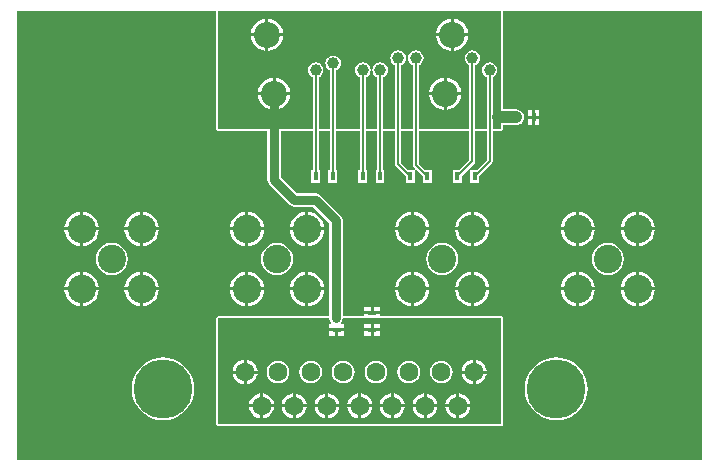
<source format=gtl>
G04*
G04 #@! TF.GenerationSoftware,Altium Limited,Altium Designer,19.0.10 (269)*
G04*
G04 Layer_Physical_Order=1*
G04 Layer_Color=255*
%FSLAX25Y25*%
%MOIN*%
G70*
G01*
G75*
%ADD10C,0.00787*%
%ADD12R,0.03150X0.01772*%
%ADD13R,0.01772X0.03150*%
%ADD14C,0.08661*%
%ADD15C,0.09449*%
%ADD16C,0.19685*%
%ADD17C,0.06299*%
%ADD18C,0.03150*%
%ADD19C,0.03937*%
%ADD20C,0.03937*%
G36*
X165354Y114173D02*
X162431D01*
Y131498D01*
X162713Y131615D01*
X163249Y132026D01*
X163661Y132563D01*
X163920Y133188D01*
X164008Y133858D01*
X163920Y134529D01*
X163661Y135154D01*
X163249Y135690D01*
X162713Y136102D01*
X162088Y136361D01*
X161417Y136449D01*
X160747Y136361D01*
X160122Y136102D01*
X159585Y135690D01*
X159174Y135154D01*
X158915Y134529D01*
X158827Y133858D01*
X158915Y133188D01*
X159174Y132563D01*
X159585Y132026D01*
X160122Y131615D01*
X160404Y131498D01*
Y114173D01*
X156722D01*
Y135435D01*
X157004Y135552D01*
X157541Y135963D01*
X157952Y136500D01*
X158211Y137125D01*
X158299Y137795D01*
X158211Y138466D01*
X157952Y139091D01*
X157541Y139627D01*
X157004Y140039D01*
X156379Y140298D01*
X155709Y140386D01*
X155038Y140298D01*
X154413Y140039D01*
X153877Y139627D01*
X153465Y139091D01*
X153206Y138466D01*
X153118Y137795D01*
X153206Y137125D01*
X153465Y136500D01*
X153877Y135963D01*
X154413Y135552D01*
X154695Y135435D01*
Y114173D01*
X137824D01*
Y135435D01*
X138106Y135552D01*
X138643Y135963D01*
X139055Y136500D01*
X139313Y137125D01*
X139402Y137795D01*
X139313Y138466D01*
X139055Y139091D01*
X138643Y139627D01*
X138106Y140039D01*
X137481Y140298D01*
X136811Y140386D01*
X136141Y140298D01*
X135516Y140039D01*
X134979Y139627D01*
X134567Y139091D01*
X134309Y138466D01*
X134220Y137795D01*
X134309Y137125D01*
X134567Y136500D01*
X134979Y135963D01*
X135516Y135552D01*
X135798Y135435D01*
Y114173D01*
X131919D01*
Y135435D01*
X132201Y135552D01*
X132737Y135963D01*
X133149Y136500D01*
X133408Y137125D01*
X133496Y137795D01*
X133408Y138466D01*
X133149Y139091D01*
X132737Y139627D01*
X132201Y140039D01*
X131576Y140298D01*
X130905Y140386D01*
X130235Y140298D01*
X129610Y140039D01*
X129074Y139627D01*
X128662Y139091D01*
X128403Y138466D01*
X128315Y137795D01*
X128403Y137125D01*
X128662Y136500D01*
X129074Y135963D01*
X129610Y135552D01*
X129892Y135435D01*
Y114173D01*
X125915D01*
Y131498D01*
X126197Y131615D01*
X126733Y132026D01*
X127145Y132563D01*
X127404Y133188D01*
X127492Y133858D01*
X127404Y134529D01*
X127145Y135154D01*
X126733Y135690D01*
X126197Y136102D01*
X125572Y136361D01*
X124902Y136449D01*
X124231Y136361D01*
X123606Y136102D01*
X123070Y135690D01*
X122658Y135154D01*
X122399Y134529D01*
X122311Y133858D01*
X122399Y133188D01*
X122658Y132563D01*
X123070Y132026D01*
X123606Y131615D01*
X123888Y131498D01*
Y114173D01*
X120206D01*
Y131498D01*
X120488Y131615D01*
X121025Y132026D01*
X121437Y132563D01*
X121695Y133188D01*
X121784Y133858D01*
X121695Y134529D01*
X121437Y135154D01*
X121025Y135690D01*
X120488Y136102D01*
X119863Y136361D01*
X119193Y136449D01*
X118522Y136361D01*
X117898Y136102D01*
X117361Y135690D01*
X116949Y135154D01*
X116691Y134529D01*
X116602Y133858D01*
X116691Y133188D01*
X116949Y132563D01*
X117361Y132026D01*
X117898Y131615D01*
X118180Y131498D01*
Y114173D01*
X110265D01*
Y133720D01*
X110547Y133836D01*
X111084Y134248D01*
X111496Y134785D01*
X111754Y135409D01*
X111843Y136080D01*
X111754Y136750D01*
X111496Y137375D01*
X111084Y137912D01*
X110547Y138323D01*
X109923Y138582D01*
X109252Y138671D01*
X108581Y138582D01*
X107957Y138323D01*
X107420Y137912D01*
X107008Y137375D01*
X106750Y136750D01*
X106661Y136080D01*
X106750Y135409D01*
X107008Y134785D01*
X107420Y134248D01*
X107957Y133836D01*
X108239Y133720D01*
Y114173D01*
X104458D01*
Y131498D01*
X104740Y131615D01*
X105277Y132026D01*
X105689Y132563D01*
X105947Y133188D01*
X106035Y133858D01*
X105947Y134529D01*
X105689Y135154D01*
X105277Y135690D01*
X104740Y136102D01*
X104115Y136361D01*
X103445Y136449D01*
X102774Y136361D01*
X102149Y136102D01*
X101613Y135690D01*
X101201Y135154D01*
X100943Y134529D01*
X100854Y133858D01*
X100943Y133188D01*
X101201Y132563D01*
X101613Y132026D01*
X102149Y131615D01*
X102432Y131498D01*
Y114173D01*
X70866D01*
Y153543D01*
X165354D01*
Y114173D01*
D02*
G37*
G36*
X160404Y103865D02*
X157140Y100600D01*
X155004D01*
X154715Y101019D01*
X156425Y102728D01*
X156645Y103057D01*
X156722Y103445D01*
Y113524D01*
X160404D01*
Y103865D01*
D02*
G37*
G36*
X135798Y102264D02*
X135875Y101876D01*
X136095Y101547D01*
X136623Y101019D01*
X136335Y100600D01*
X134199D01*
X131919Y102880D01*
Y113524D01*
X135798D01*
Y102264D01*
D02*
G37*
G36*
X232283Y3937D02*
X3937D01*
Y153543D01*
X70217D01*
X70217Y153543D01*
Y114173D01*
X70407Y113714D01*
X70866Y113524D01*
X87349D01*
Y97284D01*
X87349Y97284D01*
X87518Y96435D01*
X87999Y95715D01*
X94731Y88983D01*
X94731Y88983D01*
X95451Y88503D01*
X96299Y88334D01*
X96299Y88334D01*
X102526D01*
X108019Y82841D01*
Y51831D01*
X70866D01*
X70407Y51640D01*
X70217Y51181D01*
Y15748D01*
X70407Y15289D01*
X70866Y15099D01*
X165354D01*
X165814Y15289D01*
X166004Y15748D01*
Y51181D01*
X165814Y51640D01*
X165354Y51831D01*
X124805D01*
Y52453D01*
X122230D01*
X119655D01*
Y51831D01*
X112594D01*
Y54439D01*
X112454D01*
Y83760D01*
X112454Y83760D01*
X112285Y84608D01*
X111804Y85328D01*
X111804Y85328D01*
X105013Y92119D01*
X104294Y92600D01*
X103445Y92769D01*
X103445Y92769D01*
X97218D01*
X91784Y98202D01*
Y113524D01*
X102432D01*
Y100600D01*
X101959D01*
Y96250D01*
X104931D01*
Y100600D01*
X104458D01*
Y113524D01*
X108239D01*
Y100600D01*
X107668D01*
Y96250D01*
X110639D01*
Y100600D01*
X110265D01*
Y113524D01*
X118180D01*
Y100600D01*
X117707D01*
Y96250D01*
X120679D01*
Y100600D01*
X120206D01*
Y113524D01*
X123888D01*
Y100600D01*
X123416D01*
Y96250D01*
X126387D01*
Y100600D01*
X125915D01*
Y113524D01*
X129892D01*
Y102461D01*
X129970Y102073D01*
X130189Y101744D01*
X133455Y98478D01*
Y96250D01*
X136427D01*
Y100508D01*
X136845Y100797D01*
X139164Y98478D01*
Y96250D01*
X142135D01*
Y100600D01*
X139908D01*
X137824Y102683D01*
Y113524D01*
X154695D01*
Y103865D01*
X151431Y100600D01*
X149203D01*
Y96250D01*
X152175D01*
Y98478D01*
X154493Y100797D01*
X154912Y100508D01*
Y96250D01*
X157884D01*
Y98478D01*
X162134Y102728D01*
X162353Y103057D01*
X162431Y103445D01*
Y113524D01*
X165354D01*
X165814Y113714D01*
X166004Y114173D01*
Y115520D01*
X170374D01*
X171045Y115608D01*
X171669Y115867D01*
X171759Y115935D01*
X171860D01*
Y116013D01*
X172206Y116278D01*
X172618Y116815D01*
X172876Y117440D01*
X172965Y118110D01*
X172876Y118781D01*
X172618Y119406D01*
X172206Y119942D01*
X171860Y120208D01*
Y120285D01*
X171759D01*
X171669Y120354D01*
X171045Y120613D01*
X170374Y120701D01*
X166004D01*
Y153543D01*
X166004Y153543D01*
X232283D01*
Y3937D01*
D02*
G37*
G36*
X165354Y15748D02*
X70866D01*
Y51181D01*
X108019D01*
X108188Y50332D01*
X108657Y49630D01*
X108637Y49529D01*
X108492Y49130D01*
X107844D01*
Y47744D01*
X110419D01*
X112994D01*
Y49130D01*
X111981D01*
X111835Y49529D01*
X111815Y49630D01*
X112285Y50332D01*
X112454Y51181D01*
X165354D01*
Y15748D01*
D02*
G37*
%LPC*%
G36*
X149516Y150980D02*
Y146169D01*
X154327D01*
X154209Y147061D01*
X153672Y148358D01*
X152818Y149471D01*
X151704Y150326D01*
X150407Y150863D01*
X149516Y150980D01*
D02*
G37*
G36*
X148516D02*
X147624Y150863D01*
X146327Y150326D01*
X145214Y149471D01*
X144359Y148358D01*
X143822Y147061D01*
X143705Y146169D01*
X148516D01*
Y150980D01*
D02*
G37*
G36*
X87705D02*
Y146169D01*
X92516D01*
X92398Y147061D01*
X91861Y148358D01*
X91007Y149471D01*
X89893Y150326D01*
X88596Y150863D01*
X87705Y150980D01*
D02*
G37*
G36*
X86705D02*
X85813Y150863D01*
X84516Y150326D01*
X83403Y149471D01*
X82548Y148358D01*
X82011Y147061D01*
X81894Y146169D01*
X86705D01*
Y150980D01*
D02*
G37*
G36*
X92516Y145169D02*
X87705D01*
Y140358D01*
X88596Y140476D01*
X89893Y141013D01*
X91007Y141867D01*
X91861Y142981D01*
X92398Y144278D01*
X92516Y145169D01*
D02*
G37*
G36*
X154327Y145169D02*
X149516D01*
Y140358D01*
X150407Y140476D01*
X151704Y141013D01*
X152818Y141867D01*
X153672Y142981D01*
X154209Y144278D01*
X154327Y145169D01*
D02*
G37*
G36*
X148516D02*
X143705D01*
X143822Y144278D01*
X144359Y142981D01*
X145214Y141867D01*
X146327Y141013D01*
X147624Y140476D01*
X148516Y140358D01*
Y145169D01*
D02*
G37*
G36*
X86705Y145169D02*
X81894D01*
X82011Y144278D01*
X82548Y142981D01*
X83403Y141867D01*
X84516Y141013D01*
X85813Y140476D01*
X86705Y140358D01*
Y145169D01*
D02*
G37*
G36*
X90067Y131295D02*
Y126484D01*
X94878D01*
X94760Y127376D01*
X94223Y128673D01*
X93369Y129786D01*
X92255Y130641D01*
X90958Y131178D01*
X90067Y131295D01*
D02*
G37*
G36*
X147153D02*
Y126484D01*
X151964D01*
X151847Y127376D01*
X151310Y128673D01*
X150455Y129786D01*
X149342Y130641D01*
X148045Y131178D01*
X147153Y131295D01*
D02*
G37*
G36*
X146153D02*
X145262Y131178D01*
X143965Y130641D01*
X142852Y129786D01*
X141997Y128673D01*
X141460Y127376D01*
X141343Y126484D01*
X146153D01*
Y131295D01*
D02*
G37*
G36*
X89067D02*
X88175Y131178D01*
X86879Y130641D01*
X85765Y129786D01*
X84911Y128673D01*
X84373Y127376D01*
X84256Y126484D01*
X89067D01*
Y131295D01*
D02*
G37*
G36*
X94878Y125484D02*
X90067D01*
Y120673D01*
X90958Y120791D01*
X92255Y121328D01*
X93369Y122182D01*
X94223Y123296D01*
X94760Y124593D01*
X94878Y125484D01*
D02*
G37*
G36*
X151964D02*
X147153D01*
Y120673D01*
X148045Y120791D01*
X149342Y121328D01*
X150455Y122182D01*
X151310Y123296D01*
X151847Y124593D01*
X151964Y125484D01*
D02*
G37*
G36*
X146153D02*
X141343D01*
X141460Y124593D01*
X141997Y123296D01*
X142852Y122182D01*
X143965Y121328D01*
X145262Y120791D01*
X146153Y120673D01*
Y125484D01*
D02*
G37*
G36*
X89067D02*
X84256D01*
X84373Y124593D01*
X84911Y123296D01*
X85765Y122182D01*
X86879Y121328D01*
X88175Y120791D01*
X89067Y120673D01*
Y125484D01*
D02*
G37*
G36*
X177969Y120685D02*
X176583D01*
Y118610D01*
X177969D01*
Y120685D01*
D02*
G37*
G36*
X175583D02*
X174197D01*
Y118610D01*
X175583D01*
Y120685D01*
D02*
G37*
G36*
X177969Y117610D02*
X176583D01*
Y115535D01*
X177969D01*
Y117610D01*
D02*
G37*
G36*
X175583D02*
X174197D01*
Y115535D01*
X175583D01*
Y117610D01*
D02*
G37*
G36*
X156169Y86574D02*
Y81366D01*
X161377D01*
X161246Y82361D01*
X160670Y83753D01*
X159752Y84949D01*
X158556Y85866D01*
X157164Y86443D01*
X156169Y86574D01*
D02*
G37*
G36*
X155169D02*
X154175Y86443D01*
X152782Y85866D01*
X151587Y84949D01*
X150669Y83753D01*
X150092Y82361D01*
X149961Y81366D01*
X155169D01*
Y86574D01*
D02*
G37*
G36*
X191287D02*
Y81366D01*
X196495D01*
X196364Y82361D01*
X195788Y83753D01*
X194870Y84949D01*
X193674Y85866D01*
X192282Y86443D01*
X191287Y86574D01*
D02*
G37*
G36*
X81051D02*
Y81366D01*
X86259D01*
X86128Y82361D01*
X85551Y83753D01*
X84634Y84949D01*
X83438Y85866D01*
X82046Y86443D01*
X81051Y86574D01*
D02*
G37*
G36*
X25933D02*
Y81366D01*
X31141D01*
X31010Y82361D01*
X30433Y83753D01*
X29516Y84949D01*
X28320Y85866D01*
X26927Y86443D01*
X25933Y86574D01*
D02*
G37*
G36*
X136169Y86574D02*
Y81366D01*
X141377D01*
X141246Y82361D01*
X140670Y83753D01*
X139752Y84949D01*
X138556Y85866D01*
X137164Y86443D01*
X136169Y86574D01*
D02*
G37*
G36*
X211287Y86574D02*
Y81366D01*
X216495D01*
X216365Y82361D01*
X215788Y83753D01*
X214870Y84949D01*
X213674Y85866D01*
X212282Y86443D01*
X211287Y86574D01*
D02*
G37*
G36*
X101051D02*
Y81366D01*
X106259D01*
X106128Y82361D01*
X105551Y83753D01*
X104634Y84949D01*
X103438Y85866D01*
X102046Y86443D01*
X101051Y86574D01*
D02*
G37*
G36*
X45933D02*
Y81366D01*
X51141D01*
X51010Y82361D01*
X50433Y83753D01*
X49516Y84949D01*
X48320Y85866D01*
X46927Y86443D01*
X45933Y86574D01*
D02*
G37*
G36*
X210287D02*
X209293Y86443D01*
X207901Y85866D01*
X206705Y84949D01*
X205787Y83753D01*
X205210Y82361D01*
X205079Y81366D01*
X210287D01*
Y86574D01*
D02*
G37*
G36*
X100051D02*
X99057Y86443D01*
X97664Y85866D01*
X96469Y84949D01*
X95551Y83753D01*
X94974Y82361D01*
X94843Y81366D01*
X100051D01*
Y86574D01*
D02*
G37*
G36*
X44933D02*
X43939Y86443D01*
X42546Y85866D01*
X41350Y84949D01*
X40433Y83753D01*
X39856Y82361D01*
X39725Y81366D01*
X44933D01*
Y86574D01*
D02*
G37*
G36*
X135169D02*
X134175Y86443D01*
X132782Y85866D01*
X131587Y84949D01*
X130669Y83753D01*
X130092Y82361D01*
X129961Y81366D01*
X135169D01*
Y86574D01*
D02*
G37*
G36*
X190287D02*
X189293Y86443D01*
X187900Y85866D01*
X186705Y84949D01*
X185787Y83753D01*
X185210Y82361D01*
X185079Y81366D01*
X190287D01*
Y86574D01*
D02*
G37*
G36*
X24933D02*
X23939Y86443D01*
X22546Y85866D01*
X21350Y84949D01*
X20433Y83753D01*
X19856Y82361D01*
X19725Y81366D01*
X24933D01*
Y86574D01*
D02*
G37*
G36*
X80051D02*
X79057Y86443D01*
X77664Y85866D01*
X76468Y84949D01*
X75551Y83753D01*
X74974Y82361D01*
X74843Y81366D01*
X80051D01*
Y86574D01*
D02*
G37*
G36*
X135169Y80366D02*
X129961D01*
X130092Y79372D01*
X130669Y77979D01*
X131587Y76783D01*
X132782Y75866D01*
X134175Y75289D01*
X135169Y75158D01*
Y80366D01*
D02*
G37*
G36*
X155169Y80366D02*
X149961D01*
X150092Y79372D01*
X150669Y77979D01*
X151587Y76783D01*
X152782Y75866D01*
X154175Y75289D01*
X155169Y75158D01*
Y80366D01*
D02*
G37*
G36*
X196495Y80366D02*
X191287D01*
Y75158D01*
X192282Y75289D01*
X193674Y75866D01*
X194870Y76783D01*
X195788Y77979D01*
X196364Y79372D01*
X196495Y80366D01*
D02*
G37*
G36*
X86259D02*
X81051D01*
Y75158D01*
X82046Y75289D01*
X83438Y75866D01*
X84634Y76783D01*
X85551Y77979D01*
X86128Y79372D01*
X86259Y80366D01*
D02*
G37*
G36*
X31141D02*
X25933D01*
Y75158D01*
X26927Y75289D01*
X28320Y75866D01*
X29516Y76783D01*
X30433Y77979D01*
X31010Y79372D01*
X31141Y80366D01*
D02*
G37*
G36*
X216495D02*
X211287D01*
Y75158D01*
X212282Y75289D01*
X213674Y75866D01*
X214870Y76783D01*
X215788Y77979D01*
X216365Y79372D01*
X216495Y80366D01*
D02*
G37*
G36*
X106259D02*
X101051D01*
Y75158D01*
X102046Y75289D01*
X103438Y75866D01*
X104634Y76783D01*
X105551Y77979D01*
X106128Y79372D01*
X106259Y80366D01*
D02*
G37*
G36*
X51141D02*
X45933D01*
Y75158D01*
X46927Y75289D01*
X48320Y75866D01*
X49516Y76783D01*
X50433Y77979D01*
X51010Y79372D01*
X51141Y80366D01*
D02*
G37*
G36*
X100051D02*
X94843D01*
X94974Y79372D01*
X95551Y77979D01*
X96469Y76783D01*
X97664Y75866D01*
X99057Y75289D01*
X100051Y75158D01*
Y80366D01*
D02*
G37*
G36*
X44933D02*
X39725D01*
X39856Y79372D01*
X40433Y77979D01*
X41350Y76783D01*
X42546Y75866D01*
X43939Y75289D01*
X44933Y75158D01*
Y80366D01*
D02*
G37*
G36*
X210287D02*
X205079D01*
X205210Y79372D01*
X205787Y77979D01*
X206705Y76783D01*
X207901Y75866D01*
X209293Y75289D01*
X210287Y75158D01*
Y80366D01*
D02*
G37*
G36*
X190287D02*
X185079D01*
X185210Y79372D01*
X185787Y77979D01*
X186705Y76783D01*
X187900Y75866D01*
X189293Y75289D01*
X190287Y75158D01*
Y80366D01*
D02*
G37*
G36*
X80051D02*
X74843D01*
X74974Y79372D01*
X75551Y77979D01*
X76468Y76783D01*
X77664Y75866D01*
X79057Y75289D01*
X80051Y75158D01*
Y80366D01*
D02*
G37*
G36*
X24933D02*
X19725D01*
X19856Y79372D01*
X20433Y77979D01*
X21350Y76783D01*
X22546Y75866D01*
X23939Y75289D01*
X24933Y75158D01*
Y80366D01*
D02*
G37*
G36*
X161377Y80366D02*
X156169D01*
Y75158D01*
X157164Y75289D01*
X158556Y75866D01*
X159752Y76783D01*
X160670Y77979D01*
X161246Y79372D01*
X161377Y80366D01*
D02*
G37*
G36*
X141377Y80366D02*
X136169D01*
Y75158D01*
X137164Y75289D01*
X138556Y75866D01*
X139752Y76783D01*
X140670Y77979D01*
X141246Y79372D01*
X141377Y80366D01*
D02*
G37*
G36*
X200787Y76236D02*
X199398Y76054D01*
X198102Y75517D01*
X196990Y74664D01*
X196136Y73551D01*
X195600Y72256D01*
X195417Y70866D01*
X195600Y69476D01*
X196136Y68181D01*
X196990Y67069D01*
X198102Y66215D01*
X199398Y65679D01*
X200787Y65496D01*
X202177Y65679D01*
X203473Y66215D01*
X204585Y67069D01*
X205438Y68181D01*
X205975Y69476D01*
X206158Y70866D01*
X205975Y72256D01*
X205438Y73551D01*
X204585Y74664D01*
X203473Y75517D01*
X202177Y76054D01*
X200787Y76236D01*
D02*
G37*
G36*
X145669D02*
X144279Y76054D01*
X142984Y75517D01*
X141872Y74664D01*
X141018Y73551D01*
X140482Y72256D01*
X140299Y70866D01*
X140482Y69476D01*
X141018Y68181D01*
X141872Y67069D01*
X142984Y66215D01*
X144279Y65679D01*
X145669Y65496D01*
X147059Y65679D01*
X148354Y66215D01*
X149467Y67069D01*
X150320Y68181D01*
X150857Y69476D01*
X151040Y70866D01*
X150857Y72256D01*
X150320Y73551D01*
X149467Y74664D01*
X148354Y75517D01*
X147059Y76054D01*
X145669Y76236D01*
D02*
G37*
G36*
X90551D02*
X89161Y76054D01*
X87866Y75517D01*
X86754Y74664D01*
X85900Y73551D01*
X85364Y72256D01*
X85181Y70866D01*
X85364Y69476D01*
X85900Y68181D01*
X86754Y67069D01*
X87866Y66215D01*
X89161Y65679D01*
X90551Y65496D01*
X91941Y65679D01*
X93236Y66215D01*
X94349Y67069D01*
X95202Y68181D01*
X95739Y69476D01*
X95921Y70866D01*
X95739Y72256D01*
X95202Y73551D01*
X94349Y74664D01*
X93236Y75517D01*
X91941Y76054D01*
X90551Y76236D01*
D02*
G37*
G36*
X35433D02*
X34043Y76054D01*
X32748Y75517D01*
X31636Y74664D01*
X30782Y73551D01*
X30246Y72256D01*
X30063Y70866D01*
X30246Y69476D01*
X30782Y68181D01*
X31636Y67069D01*
X32748Y66215D01*
X34043Y65679D01*
X35433Y65496D01*
X36823Y65679D01*
X38118Y66215D01*
X39230Y67069D01*
X40084Y68181D01*
X40620Y69476D01*
X40803Y70866D01*
X40620Y72256D01*
X40084Y73551D01*
X39230Y74664D01*
X38118Y75517D01*
X36823Y76054D01*
X35433Y76236D01*
D02*
G37*
G36*
X191287Y66574D02*
Y61366D01*
X196495D01*
X196364Y62361D01*
X195788Y63753D01*
X194870Y64949D01*
X193674Y65866D01*
X192282Y66443D01*
X191287Y66574D01*
D02*
G37*
G36*
X81051D02*
Y61366D01*
X86259D01*
X86128Y62361D01*
X85551Y63753D01*
X84634Y64949D01*
X83438Y65866D01*
X82046Y66443D01*
X81051Y66574D01*
D02*
G37*
G36*
X25933D02*
Y61366D01*
X31141D01*
X31010Y62361D01*
X30433Y63753D01*
X29516Y64949D01*
X28320Y65866D01*
X26927Y66443D01*
X25933Y66574D01*
D02*
G37*
G36*
X211287D02*
Y61366D01*
X216495D01*
X216365Y62361D01*
X215788Y63753D01*
X214870Y64949D01*
X213674Y65866D01*
X212282Y66443D01*
X211287Y66574D01*
D02*
G37*
G36*
X210287D02*
X209293Y66443D01*
X207901Y65866D01*
X206705Y64949D01*
X205787Y63753D01*
X205210Y62361D01*
X205079Y61366D01*
X210287D01*
Y66574D01*
D02*
G37*
G36*
X156169D02*
Y61366D01*
X161377D01*
X161246Y62361D01*
X160670Y63753D01*
X159752Y64949D01*
X158556Y65866D01*
X157164Y66443D01*
X156169Y66574D01*
D02*
G37*
G36*
X155169D02*
X154175Y66443D01*
X152782Y65866D01*
X151587Y64949D01*
X150669Y63753D01*
X150092Y62361D01*
X149961Y61366D01*
X155169D01*
Y66574D01*
D02*
G37*
G36*
X101051D02*
Y61366D01*
X106259D01*
X106128Y62361D01*
X105551Y63753D01*
X104634Y64949D01*
X103438Y65866D01*
X102046Y66443D01*
X101051Y66574D01*
D02*
G37*
G36*
X100051D02*
X99057Y66443D01*
X97664Y65866D01*
X96469Y64949D01*
X95551Y63753D01*
X94974Y62361D01*
X94843Y61366D01*
X100051D01*
Y66574D01*
D02*
G37*
G36*
X45933D02*
Y61366D01*
X51141D01*
X51010Y62361D01*
X50433Y63753D01*
X49516Y64949D01*
X48320Y65866D01*
X46927Y66443D01*
X45933Y66574D01*
D02*
G37*
G36*
X44933D02*
X43939Y66443D01*
X42546Y65866D01*
X41350Y64949D01*
X40433Y63753D01*
X39856Y62361D01*
X39725Y61366D01*
X44933D01*
Y66574D01*
D02*
G37*
G36*
X80051D02*
X79057Y66443D01*
X77664Y65866D01*
X76468Y64949D01*
X75551Y63753D01*
X74974Y62361D01*
X74843Y61366D01*
X80051D01*
Y66574D01*
D02*
G37*
G36*
X190287D02*
X189293Y66443D01*
X187900Y65866D01*
X186705Y64949D01*
X185787Y63753D01*
X185210Y62361D01*
X185079Y61366D01*
X190287D01*
Y66574D01*
D02*
G37*
G36*
X24933D02*
X23939Y66443D01*
X22546Y65866D01*
X21350Y64949D01*
X20433Y63753D01*
X19856Y62361D01*
X19725Y61366D01*
X24933D01*
Y66574D01*
D02*
G37*
G36*
X136169D02*
Y61366D01*
X141377D01*
X141246Y62361D01*
X140670Y63753D01*
X139752Y64949D01*
X138556Y65866D01*
X137164Y66443D01*
X136169Y66574D01*
D02*
G37*
G36*
X135169D02*
X134175Y66443D01*
X132782Y65866D01*
X131587Y64949D01*
X130669Y63753D01*
X130092Y62361D01*
X129961Y61366D01*
X135169D01*
Y66574D01*
D02*
G37*
G36*
Y60366D02*
X129961D01*
X130092Y59372D01*
X130669Y57979D01*
X131587Y56783D01*
X132782Y55866D01*
X134175Y55289D01*
X135169Y55158D01*
Y60366D01*
D02*
G37*
G36*
X196495Y60366D02*
X191287D01*
Y55158D01*
X192282Y55289D01*
X193674Y55866D01*
X194870Y56783D01*
X195788Y57979D01*
X196364Y59372D01*
X196495Y60366D01*
D02*
G37*
G36*
X86259D02*
X81051D01*
Y55158D01*
X82046Y55289D01*
X83438Y55866D01*
X84634Y56783D01*
X85551Y57979D01*
X86128Y59372D01*
X86259Y60366D01*
D02*
G37*
G36*
X31141D02*
X25933D01*
Y55158D01*
X26927Y55289D01*
X28320Y55866D01*
X29516Y56783D01*
X30433Y57979D01*
X31010Y59372D01*
X31141Y60366D01*
D02*
G37*
G36*
X216495D02*
X211287D01*
Y55158D01*
X212282Y55289D01*
X213674Y55866D01*
X214870Y56783D01*
X215788Y57979D01*
X216365Y59372D01*
X216495Y60366D01*
D02*
G37*
G36*
X210287D02*
X205079D01*
X205210Y59372D01*
X205787Y57979D01*
X206705Y56783D01*
X207901Y55866D01*
X209293Y55289D01*
X210287Y55158D01*
Y60366D01*
D02*
G37*
G36*
X161377D02*
X156169D01*
Y55158D01*
X157164Y55289D01*
X158556Y55866D01*
X159752Y56783D01*
X160670Y57979D01*
X161246Y59372D01*
X161377Y60366D01*
D02*
G37*
G36*
X155169D02*
X149961D01*
X150092Y59372D01*
X150669Y57979D01*
X151587Y56783D01*
X152782Y55866D01*
X154175Y55289D01*
X155169Y55158D01*
Y60366D01*
D02*
G37*
G36*
X106259D02*
X101051D01*
Y55158D01*
X102046Y55289D01*
X103438Y55866D01*
X104634Y56783D01*
X105551Y57979D01*
X106128Y59372D01*
X106259Y60366D01*
D02*
G37*
G36*
X100051D02*
X94843D01*
X94974Y59372D01*
X95551Y57979D01*
X96469Y56783D01*
X97664Y55866D01*
X99057Y55289D01*
X100051Y55158D01*
Y60366D01*
D02*
G37*
G36*
X51141D02*
X45933D01*
Y55158D01*
X46927Y55289D01*
X48320Y55866D01*
X49516Y56783D01*
X50433Y57979D01*
X51010Y59372D01*
X51141Y60366D01*
D02*
G37*
G36*
X44933D02*
X39725D01*
X39856Y59372D01*
X40433Y57979D01*
X41350Y56783D01*
X42546Y55866D01*
X43939Y55289D01*
X44933Y55158D01*
Y60366D01*
D02*
G37*
G36*
X190287D02*
X185079D01*
X185210Y59372D01*
X185787Y57979D01*
X186705Y56783D01*
X187900Y55866D01*
X189293Y55289D01*
X190287Y55158D01*
Y60366D01*
D02*
G37*
G36*
X80051D02*
X74843D01*
X74974Y59372D01*
X75551Y57979D01*
X76468Y56783D01*
X77664Y55866D01*
X79057Y55289D01*
X80051Y55158D01*
Y60366D01*
D02*
G37*
G36*
X24933D02*
X19725D01*
X19856Y59372D01*
X20433Y57979D01*
X21350Y56783D01*
X22546Y55866D01*
X23939Y55289D01*
X24933Y55158D01*
Y60366D01*
D02*
G37*
G36*
X141377Y60366D02*
X136169D01*
Y55158D01*
X137164Y55289D01*
X138556Y55866D01*
X139752Y56783D01*
X140670Y57979D01*
X141246Y59372D01*
X141377Y60366D01*
D02*
G37*
G36*
X124805Y54839D02*
X122730D01*
Y53453D01*
X124805D01*
Y54839D01*
D02*
G37*
G36*
X121730D02*
X119655D01*
Y53453D01*
X121730D01*
Y54839D01*
D02*
G37*
G36*
X183661Y38034D02*
X182023Y37905D01*
X180424Y37521D01*
X178906Y36892D01*
X177505Y36033D01*
X176255Y34966D01*
X175187Y33716D01*
X174328Y32315D01*
X173699Y30796D01*
X173316Y29198D01*
X173187Y27559D01*
X173316Y25920D01*
X173699Y24322D01*
X174328Y22804D01*
X175187Y21402D01*
X176255Y20152D01*
X177505Y19085D01*
X178906Y18226D01*
X180424Y17597D01*
X182023Y17213D01*
X183661Y17084D01*
X185300Y17213D01*
X186898Y17597D01*
X188417Y18226D01*
X189818Y19085D01*
X191068Y20152D01*
X192136Y21402D01*
X192994Y22804D01*
X193624Y24322D01*
X194007Y25920D01*
X194136Y27559D01*
X194007Y29198D01*
X193624Y30796D01*
X192994Y32315D01*
X192136Y33716D01*
X191068Y34966D01*
X189818Y36033D01*
X188417Y36892D01*
X186898Y37521D01*
X185300Y37905D01*
X183661Y38034D01*
D02*
G37*
G36*
X52559D02*
X50920Y37905D01*
X49322Y37521D01*
X47804Y36892D01*
X46402Y36033D01*
X45152Y34966D01*
X44085Y33716D01*
X43226Y32315D01*
X42597Y30796D01*
X42213Y29198D01*
X42084Y27559D01*
X42213Y25920D01*
X42597Y24322D01*
X43226Y22804D01*
X44085Y21402D01*
X45152Y20152D01*
X46402Y19085D01*
X47804Y18226D01*
X49322Y17597D01*
X50920Y17213D01*
X52559Y17084D01*
X54198Y17213D01*
X55796Y17597D01*
X57314Y18226D01*
X58716Y19085D01*
X59966Y20152D01*
X61033Y21402D01*
X61892Y22804D01*
X62521Y24322D01*
X62905Y25920D01*
X63034Y27559D01*
X62905Y29198D01*
X62521Y30796D01*
X61892Y32315D01*
X61033Y33716D01*
X59966Y34966D01*
X58716Y36033D01*
X57314Y36892D01*
X55796Y37521D01*
X54198Y37905D01*
X52559Y38034D01*
D02*
G37*
G36*
X124805Y49130D02*
X122730D01*
Y47744D01*
X124805D01*
Y49130D01*
D02*
G37*
G36*
X121730D02*
X119655D01*
Y47744D01*
X121730D01*
Y49130D01*
D02*
G37*
G36*
X124805Y46744D02*
X122730D01*
Y45358D01*
X124805D01*
Y46744D01*
D02*
G37*
G36*
X121730D02*
X119655D01*
Y45358D01*
X121730D01*
Y46744D01*
D02*
G37*
G36*
X112994D02*
X110919D01*
Y45358D01*
X112994D01*
Y46744D01*
D02*
G37*
G36*
X109919D02*
X107844D01*
Y45358D01*
X109919D01*
Y46744D01*
D02*
G37*
G36*
X80441Y37269D02*
Y33650D01*
X84061D01*
X83984Y34233D01*
X83566Y35242D01*
X82901Y36109D01*
X82034Y36774D01*
X81024Y37192D01*
X80441Y37269D01*
D02*
G37*
G36*
X156780D02*
Y33650D01*
X160399D01*
X160322Y34233D01*
X159904Y35242D01*
X159239Y36109D01*
X158372Y36774D01*
X157363Y37192D01*
X156780Y37269D01*
D02*
G37*
G36*
X155780D02*
X155196Y37192D01*
X154187Y36774D01*
X153320Y36109D01*
X152655Y35242D01*
X152237Y34233D01*
X152160Y33650D01*
X155780D01*
Y37269D01*
D02*
G37*
G36*
X79441D02*
X78858Y37192D01*
X77848Y36774D01*
X76981Y36109D01*
X76316Y35242D01*
X75898Y34233D01*
X75821Y33650D01*
X79441D01*
Y37269D01*
D02*
G37*
G36*
X145374Y36932D02*
X144395Y36803D01*
X143483Y36425D01*
X142700Y35824D01*
X142099Y35041D01*
X141721Y34128D01*
X141592Y33150D01*
X141721Y32171D01*
X142099Y31259D01*
X142700Y30475D01*
X143483Y29874D01*
X144395Y29496D01*
X145374Y29368D01*
X146353Y29496D01*
X147265Y29874D01*
X148048Y30475D01*
X148649Y31259D01*
X149027Y32171D01*
X149156Y33150D01*
X149027Y34128D01*
X148649Y35041D01*
X148048Y35824D01*
X147265Y36425D01*
X146353Y36803D01*
X145374Y36932D01*
D02*
G37*
G36*
X134468D02*
X133490Y36803D01*
X132578Y36425D01*
X131794Y35824D01*
X131193Y35041D01*
X130815Y34128D01*
X130687Y33150D01*
X130815Y32171D01*
X131193Y31259D01*
X131794Y30475D01*
X132578Y29874D01*
X133490Y29496D01*
X134468Y29368D01*
X135447Y29496D01*
X136360Y29874D01*
X137143Y30475D01*
X137744Y31259D01*
X138122Y32171D01*
X138251Y33150D01*
X138122Y34128D01*
X137744Y35041D01*
X137143Y35824D01*
X136360Y36425D01*
X135447Y36803D01*
X134468Y36932D01*
D02*
G37*
G36*
X123563D02*
X122584Y36803D01*
X121672Y36425D01*
X120889Y35824D01*
X120288Y35041D01*
X119910Y34128D01*
X119781Y33150D01*
X119910Y32171D01*
X120288Y31259D01*
X120889Y30475D01*
X121672Y29874D01*
X122584Y29496D01*
X123563Y29368D01*
X124542Y29496D01*
X125454Y29874D01*
X126237Y30475D01*
X126838Y31259D01*
X127216Y32171D01*
X127345Y33150D01*
X127216Y34128D01*
X126838Y35041D01*
X126237Y35824D01*
X125454Y36425D01*
X124542Y36803D01*
X123563Y36932D01*
D02*
G37*
G36*
X112657D02*
X111679Y36803D01*
X110766Y36425D01*
X109983Y35824D01*
X109382Y35041D01*
X109004Y34128D01*
X108876Y33150D01*
X109004Y32171D01*
X109382Y31259D01*
X109983Y30475D01*
X110766Y29874D01*
X111679Y29496D01*
X112657Y29368D01*
X113636Y29496D01*
X114549Y29874D01*
X115332Y30475D01*
X115933Y31259D01*
X116311Y32171D01*
X116439Y33150D01*
X116311Y34128D01*
X115933Y35041D01*
X115332Y35824D01*
X114549Y36425D01*
X113636Y36803D01*
X112657Y36932D01*
D02*
G37*
G36*
X101752D02*
X100773Y36803D01*
X99861Y36425D01*
X99078Y35824D01*
X98477Y35041D01*
X98099Y34128D01*
X97970Y33150D01*
X98099Y32171D01*
X98477Y31259D01*
X99078Y30475D01*
X99861Y29874D01*
X100773Y29496D01*
X101752Y29368D01*
X102731Y29496D01*
X103643Y29874D01*
X104426Y30475D01*
X105027Y31259D01*
X105405Y32171D01*
X105534Y33150D01*
X105405Y34128D01*
X105027Y35041D01*
X104426Y35824D01*
X103643Y36425D01*
X102731Y36803D01*
X101752Y36932D01*
D02*
G37*
G36*
X90847D02*
X89868Y36803D01*
X88955Y36425D01*
X88172Y35824D01*
X87571Y35041D01*
X87193Y34128D01*
X87064Y33150D01*
X87193Y32171D01*
X87571Y31259D01*
X88172Y30475D01*
X88955Y29874D01*
X89868Y29496D01*
X90847Y29368D01*
X91825Y29496D01*
X92738Y29874D01*
X93521Y30475D01*
X94122Y31259D01*
X94500Y32171D01*
X94628Y33150D01*
X94500Y34128D01*
X94122Y35041D01*
X93521Y35824D01*
X92738Y36425D01*
X91825Y36803D01*
X90847Y36932D01*
D02*
G37*
G36*
X84061Y32650D02*
X80441D01*
Y29030D01*
X81024Y29107D01*
X82034Y29525D01*
X82901Y30190D01*
X83566Y31057D01*
X83984Y32066D01*
X84061Y32650D01*
D02*
G37*
G36*
X160399D02*
X156780D01*
Y29030D01*
X157363Y29107D01*
X158372Y29525D01*
X159239Y30190D01*
X159904Y31057D01*
X160322Y32066D01*
X160399Y32650D01*
D02*
G37*
G36*
X155780D02*
X152160D01*
X152237Y32066D01*
X152655Y31057D01*
X153320Y30190D01*
X154187Y29525D01*
X155196Y29107D01*
X155780Y29030D01*
Y32650D01*
D02*
G37*
G36*
X79441D02*
X75821D01*
X75898Y32066D01*
X76316Y31057D01*
X76981Y30190D01*
X77848Y29525D01*
X78858Y29107D01*
X79441Y29030D01*
Y32650D01*
D02*
G37*
G36*
X107705Y26088D02*
Y22468D01*
X111324D01*
X111248Y23052D01*
X110829Y24061D01*
X110164Y24928D01*
X109297Y25593D01*
X108288Y26011D01*
X107705Y26088D01*
D02*
G37*
G36*
X96799D02*
Y22468D01*
X100419D01*
X100342Y23052D01*
X99924Y24061D01*
X99259Y24928D01*
X98392Y25593D01*
X97382Y26011D01*
X96799Y26088D01*
D02*
G37*
G36*
X85894D02*
Y22468D01*
X89513D01*
X89437Y23052D01*
X89018Y24061D01*
X88353Y24928D01*
X87486Y25593D01*
X86477Y26011D01*
X85894Y26088D01*
D02*
G37*
G36*
X151327D02*
Y22468D01*
X154946D01*
X154870Y23052D01*
X154451Y24061D01*
X153786Y24928D01*
X152919Y25593D01*
X151910Y26011D01*
X151327Y26088D01*
D02*
G37*
G36*
X150327D02*
X149743Y26011D01*
X148734Y25593D01*
X147867Y24928D01*
X147202Y24061D01*
X146784Y23052D01*
X146707Y22468D01*
X150327D01*
Y26088D01*
D02*
G37*
G36*
X140421D02*
Y22468D01*
X144041D01*
X143964Y23052D01*
X143546Y24061D01*
X142881Y24928D01*
X142014Y25593D01*
X141005Y26011D01*
X140421Y26088D01*
D02*
G37*
G36*
X139421D02*
X138838Y26011D01*
X137829Y25593D01*
X136962Y24928D01*
X136297Y24061D01*
X135879Y23052D01*
X135802Y22468D01*
X139421D01*
Y26088D01*
D02*
G37*
G36*
X129516D02*
Y22468D01*
X133135D01*
X133059Y23052D01*
X132640Y24061D01*
X131975Y24928D01*
X131108Y25593D01*
X130099Y26011D01*
X129516Y26088D01*
D02*
G37*
G36*
X128516D02*
X127933Y26011D01*
X126923Y25593D01*
X126056Y24928D01*
X125391Y24061D01*
X124973Y23052D01*
X124896Y22468D01*
X128516D01*
Y26088D01*
D02*
G37*
G36*
X118610D02*
Y22468D01*
X122230D01*
X122153Y23052D01*
X121735Y24061D01*
X121070Y24928D01*
X120203Y25593D01*
X119193Y26011D01*
X118610Y26088D01*
D02*
G37*
G36*
X117610D02*
X117027Y26011D01*
X116017Y25593D01*
X115151Y24928D01*
X114486Y24061D01*
X114067Y23052D01*
X113991Y22468D01*
X117610D01*
Y26088D01*
D02*
G37*
G36*
X106705D02*
X106122Y26011D01*
X105112Y25593D01*
X104245Y24928D01*
X103580Y24061D01*
X103162Y23052D01*
X103085Y22468D01*
X106705D01*
Y26088D01*
D02*
G37*
G36*
X95799D02*
X95216Y26011D01*
X94207Y25593D01*
X93340Y24928D01*
X92674Y24061D01*
X92256Y23052D01*
X92180Y22468D01*
X95799D01*
Y26088D01*
D02*
G37*
G36*
X84894D02*
X84311Y26011D01*
X83301Y25593D01*
X82434Y24928D01*
X81769Y24061D01*
X81351Y23052D01*
X81274Y22468D01*
X84894D01*
Y26088D01*
D02*
G37*
G36*
X111324Y21468D02*
X107705D01*
Y17849D01*
X108288Y17926D01*
X109297Y18344D01*
X110164Y19009D01*
X110829Y19876D01*
X111248Y20885D01*
X111324Y21468D01*
D02*
G37*
G36*
X100419D02*
X96799D01*
Y17849D01*
X97382Y17926D01*
X98392Y18344D01*
X99259Y19009D01*
X99924Y19876D01*
X100342Y20885D01*
X100419Y21468D01*
D02*
G37*
G36*
X89513D02*
X85894D01*
Y17849D01*
X86477Y17926D01*
X87486Y18344D01*
X88353Y19009D01*
X89018Y19876D01*
X89437Y20885D01*
X89513Y21468D01*
D02*
G37*
G36*
X154946D02*
X151327D01*
Y17849D01*
X151910Y17926D01*
X152919Y18344D01*
X153786Y19009D01*
X154451Y19876D01*
X154870Y20885D01*
X154946Y21468D01*
D02*
G37*
G36*
X150327D02*
X146707D01*
X146784Y20885D01*
X147202Y19876D01*
X147867Y19009D01*
X148734Y18344D01*
X149743Y17926D01*
X150327Y17849D01*
Y21468D01*
D02*
G37*
G36*
X144041D02*
X140421D01*
Y17849D01*
X141005Y17926D01*
X142014Y18344D01*
X142881Y19009D01*
X143546Y19876D01*
X143964Y20885D01*
X144041Y21468D01*
D02*
G37*
G36*
X139421D02*
X135802D01*
X135879Y20885D01*
X136297Y19876D01*
X136962Y19009D01*
X137829Y18344D01*
X138838Y17926D01*
X139421Y17849D01*
Y21468D01*
D02*
G37*
G36*
X133135D02*
X129516D01*
Y17849D01*
X130099Y17926D01*
X131108Y18344D01*
X131975Y19009D01*
X132640Y19876D01*
X133059Y20885D01*
X133135Y21468D01*
D02*
G37*
G36*
X128516D02*
X124896D01*
X124973Y20885D01*
X125391Y19876D01*
X126056Y19009D01*
X126923Y18344D01*
X127933Y17926D01*
X128516Y17849D01*
Y21468D01*
D02*
G37*
G36*
X122230D02*
X118610D01*
Y17849D01*
X119193Y17926D01*
X120203Y18344D01*
X121070Y19009D01*
X121735Y19876D01*
X122153Y20885D01*
X122230Y21468D01*
D02*
G37*
G36*
X117610D02*
X113991D01*
X114067Y20885D01*
X114486Y19876D01*
X115151Y19009D01*
X116017Y18344D01*
X117027Y17926D01*
X117610Y17849D01*
Y21468D01*
D02*
G37*
G36*
X106705D02*
X103085D01*
X103162Y20885D01*
X103580Y19876D01*
X104245Y19009D01*
X105112Y18344D01*
X106122Y17926D01*
X106705Y17849D01*
Y21468D01*
D02*
G37*
G36*
X95799D02*
X92180D01*
X92256Y20885D01*
X92674Y19876D01*
X93340Y19009D01*
X94207Y18344D01*
X95216Y17926D01*
X95799Y17849D01*
Y21468D01*
D02*
G37*
G36*
X84894D02*
X81274D01*
X81351Y20885D01*
X81769Y19876D01*
X82434Y19009D01*
X83301Y18344D01*
X84311Y17926D01*
X84894Y17849D01*
Y21468D01*
D02*
G37*
%LPD*%
D10*
X109252Y98524D02*
Y136080D01*
X109153Y98425D02*
X109252Y98524D01*
X155709Y103445D02*
Y137795D01*
X150689Y98425D02*
X155709Y103445D01*
X130905Y102461D02*
X134941Y98425D01*
X130905Y102461D02*
Y137795D01*
X136811Y102264D02*
X140650Y98425D01*
X136811Y102264D02*
Y137795D01*
X161417Y103445D02*
Y133858D01*
X156398Y98425D02*
X161417Y103445D01*
X124902Y98425D02*
Y133858D01*
X119193Y98425D02*
Y133858D01*
X103445Y98425D02*
Y133858D01*
D12*
X122230Y47244D02*
D03*
Y52953D02*
D03*
X110419Y47244D02*
D03*
Y52953D02*
D03*
D13*
X156398Y98425D02*
D03*
X150689D02*
D03*
X140650D02*
D03*
X134941D02*
D03*
X124902D02*
D03*
X119193D02*
D03*
X103445D02*
D03*
X109153D02*
D03*
X170374Y118110D02*
D03*
X176083D02*
D03*
D14*
X146653Y125984D02*
D03*
X89567D02*
D03*
X149016Y145669D02*
D03*
X87205D02*
D03*
D15*
X25433Y80866D02*
D03*
X45433D02*
D03*
Y60866D02*
D03*
X25433D02*
D03*
X35433Y70866D02*
D03*
X80551Y80866D02*
D03*
X100551D02*
D03*
Y60866D02*
D03*
X80551D02*
D03*
X90551Y70866D02*
D03*
X135669Y80866D02*
D03*
X155669D02*
D03*
Y60866D02*
D03*
X135669D02*
D03*
X145669Y70866D02*
D03*
X190787Y80866D02*
D03*
X210787D02*
D03*
Y60866D02*
D03*
X190787D02*
D03*
X200787Y70866D02*
D03*
D16*
X183661Y27559D02*
D03*
X52559D02*
D03*
D17*
X118110Y21969D02*
D03*
X129016D02*
D03*
X139921D02*
D03*
X150827D02*
D03*
X85394D02*
D03*
X96299D02*
D03*
X107205D02*
D03*
X112657Y33150D02*
D03*
X101752D02*
D03*
X90847D02*
D03*
X156280D02*
D03*
X145374D02*
D03*
X134468D02*
D03*
X123563D02*
D03*
X79941D02*
D03*
D18*
X110236Y51181D02*
Y83760D01*
X103445Y90551D02*
X110236Y83760D01*
X89567Y97284D02*
X96299Y90551D01*
X89567Y97284D02*
Y125984D01*
X96299Y90551D02*
X103445D01*
D19*
X164380Y118110D02*
X170374D01*
D20*
X109252Y136080D02*
D03*
X155709Y137795D02*
D03*
X130905D02*
D03*
X136811D02*
D03*
X161417Y133858D02*
D03*
X124902D02*
D03*
X119193D02*
D03*
X103445D02*
D03*
M02*

</source>
